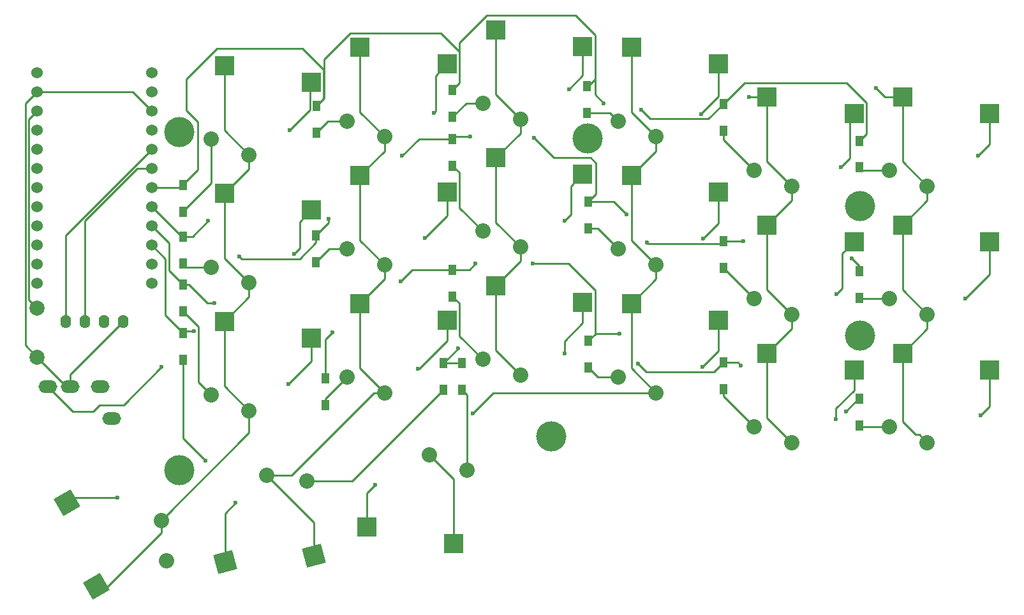
<source format=gbl>
G04 #@! TF.GenerationSoftware,KiCad,Pcbnew,(7.0.0-0)*
G04 #@! TF.CreationDate,2023-04-28T12:14:34+03:00*
G04 #@! TF.ProjectId,chococorne,63686f63-6f63-46f7-926e-652e6b696361,2.1*
G04 #@! TF.SameCoordinates,Original*
G04 #@! TF.FileFunction,Copper,L2,Bot*
G04 #@! TF.FilePolarity,Positive*
%FSLAX46Y46*%
G04 Gerber Fmt 4.6, Leading zero omitted, Abs format (unit mm)*
G04 Created by KiCad (PCBNEW (7.0.0-0)) date 2023-04-28 12:14:34*
%MOMM*%
%LPD*%
G01*
G04 APERTURE LIST*
G04 Aperture macros list*
%AMRotRect*
0 Rectangle, with rotation*
0 The origin of the aperture is its center*
0 $1 length*
0 $2 width*
0 $3 Rotation angle, in degrees counterclockwise*
0 Add horizontal line*
21,1,$1,$2,0,0,$3*%
G04 Aperture macros list end*
G04 #@! TA.AperFunction,SMDPad,CuDef*
%ADD10R,2.600000X2.600000*%
G04 #@! TD*
G04 #@! TA.AperFunction,ComponentPad*
%ADD11C,2.032000*%
G04 #@! TD*
G04 #@! TA.AperFunction,SMDPad,CuDef*
%ADD12RotRect,2.600000X2.600000X195.000000*%
G04 #@! TD*
G04 #@! TA.AperFunction,SMDPad,CuDef*
%ADD13R,1.000000X1.400000*%
G04 #@! TD*
G04 #@! TA.AperFunction,ComponentPad*
%ADD14C,4.000000*%
G04 #@! TD*
G04 #@! TA.AperFunction,ComponentPad*
%ADD15C,2.000000*%
G04 #@! TD*
G04 #@! TA.AperFunction,SMDPad,CuDef*
%ADD16RotRect,2.600000X2.600000X120.000000*%
G04 #@! TD*
G04 #@! TA.AperFunction,ComponentPad*
%ADD17O,1.397000X1.778000*%
G04 #@! TD*
G04 #@! TA.AperFunction,ComponentPad*
%ADD18C,1.524000*%
G04 #@! TD*
G04 #@! TA.AperFunction,ComponentPad*
%ADD19O,2.500000X1.700000*%
G04 #@! TD*
G04 #@! TA.AperFunction,ViaPad*
%ADD20C,0.600000*%
G04 #@! TD*
G04 #@! TA.AperFunction,Conductor*
%ADD21C,0.250000*%
G04 #@! TD*
G04 APERTURE END LIST*
D10*
X205987499Y-123469999D03*
D11*
X202712500Y-111620000D03*
X207712500Y-113720000D03*
D10*
X194437499Y-121269999D03*
X229537499Y-91604999D03*
D11*
X232812500Y-103455000D03*
X227812500Y-101355000D03*
D10*
X241087499Y-93804999D03*
D12*
X187365879Y-125009625D03*
D11*
X181135468Y-114411038D03*
X186508617Y-115145387D03*
D12*
X175640034Y-125873948D03*
D10*
X247537499Y-81159999D03*
D11*
X250812500Y-93010000D03*
X245812500Y-90910000D03*
D10*
X259087499Y-83359999D03*
D13*
X241739999Y-102925989D03*
X241739999Y-99375989D03*
X170069999Y-99075989D03*
X170069999Y-95525989D03*
D14*
X218902500Y-109180000D03*
D13*
X223839999Y-100095989D03*
X223839999Y-96545989D03*
X170069999Y-92635989D03*
X170069999Y-89085989D03*
X188959999Y-105035989D03*
X188959999Y-101485989D03*
X187719999Y-68865989D03*
X187719999Y-65315989D03*
X259819999Y-107765989D03*
X259819999Y-104215989D03*
X259819999Y-73515989D03*
X259819999Y-69965989D03*
D14*
X259852500Y-95820000D03*
D13*
X223649999Y-62704999D03*
X223649999Y-66254999D03*
X205809999Y-73265989D03*
X205809999Y-69715989D03*
X205809999Y-66795989D03*
X205809999Y-63245989D03*
D14*
X259852500Y-78680000D03*
D13*
X204629999Y-103025989D03*
X204629999Y-99475989D03*
X241739999Y-68635989D03*
X241739999Y-65085989D03*
X241739999Y-86865989D03*
X241739999Y-83315989D03*
D15*
X150692500Y-92210000D03*
X150692500Y-98710000D03*
D13*
X207069999Y-103045989D03*
X207069999Y-99495989D03*
X170069999Y-86265989D03*
X170069999Y-82715989D03*
D14*
X169582500Y-68830000D03*
X223722000Y-69700000D03*
D16*
X158547148Y-129131232D03*
D11*
X167172050Y-120370000D03*
X167853397Y-125750127D03*
D16*
X154677404Y-118028639D03*
D10*
X229537499Y-57599999D03*
D11*
X232812500Y-69450000D03*
X227812500Y-67350000D03*
D10*
X241087499Y-59799999D03*
X175537499Y-59979999D03*
D11*
X178812500Y-71830000D03*
X173812500Y-69730000D03*
D10*
X187087499Y-62179999D03*
X193537499Y-74599999D03*
D11*
X196812500Y-86450000D03*
X191812500Y-84350000D03*
D10*
X205087499Y-76799999D03*
X211537499Y-55239999D03*
D11*
X214812500Y-67090000D03*
X209812500Y-64990000D03*
D10*
X223087499Y-57439999D03*
X175537499Y-93979999D03*
D11*
X178812500Y-105830000D03*
X173812500Y-103730000D03*
D10*
X187087499Y-96179999D03*
X265537499Y-81159999D03*
D11*
X268812500Y-93010000D03*
X263812500Y-90910000D03*
D10*
X277087499Y-83359999D03*
D17*
X162077499Y-93969999D03*
X159537499Y-93969999D03*
X156997499Y-93969999D03*
X154457499Y-93969999D03*
D10*
X211537499Y-89229999D03*
D11*
X214812500Y-101080000D03*
X209812500Y-98980000D03*
D10*
X223087499Y-91429999D03*
D18*
X150648900Y-60962000D03*
X150648900Y-63502000D03*
X150648900Y-66042000D03*
X150648900Y-68582000D03*
X150648900Y-71122000D03*
X150648900Y-73662000D03*
X150648900Y-76202000D03*
X150648900Y-78742000D03*
X150648900Y-81282000D03*
X150648900Y-83822000D03*
X150648900Y-86362000D03*
X150648900Y-88902000D03*
X165868900Y-88902000D03*
X165868900Y-86362000D03*
X165868900Y-83822000D03*
X165868900Y-81282000D03*
X165868900Y-78742000D03*
X165868900Y-76202000D03*
X165868900Y-73662000D03*
X165868900Y-71122000D03*
X165868900Y-68582000D03*
X165868900Y-66042000D03*
X165868900Y-63502000D03*
X165868900Y-60962000D03*
D10*
X175537499Y-76979999D03*
D11*
X178812500Y-88830000D03*
X173812500Y-86730000D03*
D10*
X187087499Y-79179999D03*
X265537499Y-98179999D03*
D11*
X268812500Y-110030000D03*
X263812500Y-107930000D03*
D10*
X277087499Y-100379999D03*
X193537499Y-57599999D03*
D11*
X196812500Y-69450000D03*
X191812500Y-67350000D03*
D10*
X205087499Y-59799999D03*
X247537499Y-64159999D03*
D11*
X250812500Y-76010000D03*
X245812500Y-73910000D03*
D10*
X259087499Y-66359999D03*
X223087499Y-74429999D03*
D11*
X209812500Y-81980000D03*
X214812500Y-84080000D03*
D10*
X211537499Y-72229999D03*
X265537499Y-64159999D03*
D11*
X268812500Y-76010000D03*
X263812500Y-73910000D03*
D10*
X277087499Y-66359999D03*
D19*
X159062499Y-102599999D03*
X155062499Y-102599999D03*
X152062499Y-102599999D03*
X160562499Y-106799999D03*
D10*
X193537499Y-91604999D03*
D11*
X196812500Y-103455000D03*
X191812500Y-101355000D03*
D10*
X205087499Y-93804999D03*
X247537499Y-98164999D03*
D11*
X250812500Y-110015000D03*
X245812500Y-107915000D03*
D10*
X259087499Y-100364999D03*
D13*
X170069999Y-79395989D03*
X170069999Y-75845989D03*
D14*
X169582500Y-113730000D03*
D10*
X229537499Y-74599999D03*
D11*
X232812500Y-86450000D03*
X227812500Y-84350000D03*
D10*
X241087499Y-76799999D03*
D13*
X187699999Y-86065989D03*
X187699999Y-82515989D03*
X205809999Y-90625989D03*
X205809999Y-87075989D03*
X223839999Y-81585989D03*
X223839999Y-78035989D03*
X259819999Y-90855989D03*
X259819999Y-87305989D03*
D20*
X258780000Y-85580990D03*
X225870000Y-65000990D03*
X273880000Y-90890990D03*
X275920000Y-106410990D03*
X167210000Y-99960990D03*
X275580000Y-71960990D03*
X173000000Y-112400990D03*
X262000000Y-62970990D03*
X245160000Y-64170990D03*
X208470000Y-106200990D03*
X177010000Y-118050990D03*
X161360000Y-117300990D03*
X220650000Y-98240990D03*
X201180000Y-100210990D03*
X184020000Y-102260990D03*
X195530000Y-115670990D03*
X220650000Y-80610990D03*
X202130000Y-82860990D03*
X184770000Y-85030990D03*
X256660000Y-106950990D03*
X238960000Y-100010990D03*
X174160000Y-91530990D03*
X238820000Y-66450990D03*
X171450000Y-95240990D03*
X206580000Y-97560990D03*
X221260000Y-63120990D03*
X203290000Y-66250990D03*
X184230000Y-68560990D03*
X256730000Y-90340990D03*
X239030000Y-82990990D03*
X228913000Y-79770990D03*
X257340000Y-73460990D03*
X216470000Y-86300990D03*
X198900000Y-88590990D03*
X258000000Y-105880990D03*
X230460000Y-99570990D03*
X189870000Y-95410990D03*
X208870000Y-86230990D03*
X244080000Y-99780990D03*
X227950000Y-95550990D03*
X177530000Y-85370990D03*
X189360000Y-80350990D03*
X173370000Y-80630990D03*
X244370000Y-83290990D03*
X231600000Y-83500990D03*
X216620000Y-69590990D03*
X208150000Y-69450990D03*
X230820000Y-65860990D03*
X199120000Y-71960990D03*
D21*
X155372500Y-105910000D02*
X152062500Y-102600000D01*
X158970000Y-105020000D02*
X158080000Y-105910000D01*
X162150990Y-105020000D02*
X158970000Y-105020000D01*
X167210000Y-99960990D02*
X162150990Y-105020000D01*
X158080000Y-105910000D02*
X155372500Y-105910000D01*
X206712500Y-56978490D02*
X206712500Y-62343490D01*
X210325990Y-53365000D02*
X206712500Y-56978490D01*
X224860000Y-77015990D02*
X224860000Y-72952500D01*
X219249010Y-72220000D02*
X216620000Y-69590990D01*
X223840000Y-78035990D02*
X224860000Y-77015990D01*
X224860000Y-72952500D02*
X224127500Y-72220000D01*
X224127500Y-72220000D02*
X219249010Y-72220000D01*
X222114010Y-53365000D02*
X210325990Y-53365000D01*
X170450000Y-61817500D02*
X170450000Y-65910000D01*
X170450000Y-65910000D02*
X172010000Y-67470000D01*
X172010000Y-73835990D02*
X170000000Y-75845990D01*
X172010000Y-67470000D02*
X172010000Y-73835990D01*
X185848490Y-57690990D02*
X174576510Y-57690990D01*
X174576510Y-57690990D02*
X170450000Y-61817500D01*
X187720000Y-65315990D02*
X188712500Y-64323490D01*
X188712500Y-60555000D02*
X185848490Y-57690990D01*
X188712500Y-64323490D02*
X188712500Y-60555000D01*
X155062500Y-100985000D02*
X162077500Y-93970000D01*
X155062500Y-102600000D02*
X155062500Y-100985000D01*
X223650000Y-62705000D02*
X223817500Y-62705000D01*
X224712500Y-63843490D02*
X224712500Y-61810000D01*
X223817500Y-62705000D02*
X224712500Y-61810000D01*
X224712500Y-61810000D02*
X224712500Y-55963490D01*
X224712500Y-55963490D02*
X222114010Y-53365000D01*
X225870000Y-65000990D02*
X224712500Y-63843490D01*
X223650000Y-66255000D02*
X226717500Y-66255000D01*
X226717500Y-66255000D02*
X227812500Y-67350000D01*
X241768490Y-86865990D02*
X241740000Y-86865990D01*
X245812500Y-90910000D02*
X241768490Y-86865990D01*
X257538400Y-84909100D02*
X259087500Y-83360000D01*
X257538400Y-89532590D02*
X257538400Y-84909100D01*
X256730000Y-90340990D02*
X257538400Y-89532590D01*
X227812500Y-84350000D02*
X225048490Y-81585990D01*
X241087500Y-80933490D02*
X241087500Y-76800000D01*
X239030000Y-82990990D02*
X241087500Y-80933490D01*
X225048490Y-81585990D02*
X223840000Y-81585990D01*
X206712500Y-74168490D02*
X205810000Y-73265990D01*
X209812500Y-81980000D02*
X206712500Y-78880000D01*
X206712500Y-78880000D02*
X206712500Y-74168490D01*
X221538400Y-75979100D02*
X223087500Y-74430000D01*
X221538400Y-79722590D02*
X221538400Y-75979100D01*
X220650000Y-80610990D02*
X221538400Y-79722590D01*
X205087500Y-79903490D02*
X205087500Y-76800000D01*
X189415990Y-84350000D02*
X187700000Y-86065990D01*
X191812500Y-84350000D02*
X189415990Y-84350000D01*
X202130000Y-82860990D02*
X205087500Y-79903490D01*
X185538400Y-80729100D02*
X187087500Y-79180000D01*
X184770000Y-85030990D02*
X185538400Y-84262590D01*
X170464010Y-86730000D02*
X170000000Y-86265990D01*
X173812500Y-86730000D02*
X170464010Y-86730000D01*
X185538400Y-84262590D02*
X185538400Y-80729100D01*
X259087500Y-103073684D02*
X259087500Y-100365000D01*
X245812500Y-107915000D02*
X241740000Y-103842500D01*
X241740000Y-103842500D02*
X241740000Y-102925990D01*
X256660000Y-106950990D02*
X256660000Y-105501184D01*
X256660000Y-105501184D02*
X259087500Y-103073684D01*
X227812500Y-101355000D02*
X225099010Y-101355000D01*
X241087500Y-97883490D02*
X241087500Y-93805000D01*
X225099010Y-101355000D02*
X223840000Y-100095990D01*
X238960000Y-100010990D02*
X241087500Y-97883490D01*
X220650000Y-98240990D02*
X220650000Y-96576184D01*
X223087500Y-94138684D02*
X223087500Y-91430000D01*
X206712500Y-95880000D02*
X206712500Y-91528490D01*
X220650000Y-96576184D02*
X223087500Y-94138684D01*
X206712500Y-91528490D02*
X205810000Y-90625990D01*
X209812500Y-98980000D02*
X206712500Y-95880000D01*
X191812500Y-101355000D02*
X188960000Y-104207500D01*
X188960000Y-104207500D02*
X188960000Y-105035990D01*
X201390194Y-100210990D02*
X205087500Y-96513684D01*
X201180000Y-100210990D02*
X201390194Y-100210990D01*
X205087500Y-96513684D02*
X205087500Y-93805000D01*
X187087500Y-99193490D02*
X187087500Y-96180000D01*
X259665000Y-104215990D02*
X258000000Y-105880990D01*
X240480000Y-100635990D02*
X231525000Y-100635990D01*
X223840000Y-96545990D02*
X224712500Y-95673490D01*
X244080000Y-99780990D02*
X243675000Y-99375990D01*
X188960000Y-96320990D02*
X188960000Y-101485990D01*
X224712500Y-89805000D02*
X221208490Y-86300990D01*
X165868900Y-81282000D02*
X168150000Y-83563100D01*
X221208490Y-86300990D02*
X216470000Y-86300990D01*
X241740000Y-99375990D02*
X240480000Y-100635990D01*
X227950000Y-95550990D02*
X224835000Y-95550990D01*
X205810000Y-87075990D02*
X200415000Y-87075990D01*
X170831116Y-89085990D02*
X170070000Y-89085990D01*
X224835000Y-95550990D02*
X223840000Y-96545990D01*
X200415000Y-87075990D02*
X198900000Y-88590990D01*
X168150000Y-87165990D02*
X170070000Y-89085990D01*
X168150000Y-83563100D02*
X168150000Y-87165990D01*
X224712500Y-95673490D02*
X224712500Y-89805000D01*
X174160000Y-91530990D02*
X173276116Y-91530990D01*
X173276116Y-91530990D02*
X170831116Y-89085990D01*
X208025000Y-87075990D02*
X205810000Y-87075990D01*
X241087500Y-64060990D02*
X241087500Y-59800000D01*
X238820000Y-66450990D02*
X238820000Y-66328490D01*
X238820000Y-66328490D02*
X241087500Y-64060990D01*
X204650000Y-99495990D02*
X204630000Y-99475990D01*
X167700000Y-93155990D02*
X170070000Y-95525990D01*
X171450000Y-95240990D02*
X170355000Y-95240990D01*
X167700000Y-85653100D02*
X167700000Y-93155990D01*
X165868900Y-83822000D02*
X167700000Y-85653100D01*
X204665000Y-99475990D02*
X206580000Y-97560990D01*
X204630000Y-99475990D02*
X204665000Y-99475990D01*
X170355000Y-95240990D02*
X170070000Y-95525990D01*
X207070000Y-99495990D02*
X204650000Y-99495990D01*
X221260000Y-63120990D02*
X223087500Y-61293490D01*
X223087500Y-61293490D02*
X223087500Y-57440000D01*
X207615990Y-64990000D02*
X205810000Y-66795990D01*
X209812500Y-64990000D02*
X207615990Y-64990000D01*
X203538400Y-61349100D02*
X205087500Y-59800000D01*
X189235990Y-67350000D02*
X187720000Y-68865990D01*
X191812500Y-67350000D02*
X189235990Y-67350000D01*
X203538400Y-66002590D02*
X203538400Y-61349100D01*
X203290000Y-66250990D02*
X203538400Y-66002590D01*
X186895000Y-65895990D02*
X186895000Y-62372500D01*
X173812500Y-75583490D02*
X173812500Y-69730000D01*
X184230000Y-68560990D02*
X186895000Y-65895990D01*
X186895000Y-62372500D02*
X187087500Y-62180000D01*
X170000000Y-79395990D02*
X173812500Y-75583490D01*
X265537500Y-81160000D02*
X265537500Y-89735000D01*
X265537500Y-89735000D02*
X268812500Y-93010000D01*
X265537500Y-64160000D02*
X265537500Y-72735000D01*
X267270000Y-108950990D02*
X267733490Y-108950990D01*
X268812500Y-77885000D02*
X265537500Y-81160000D01*
X265537500Y-72735000D02*
X268812500Y-76010000D01*
X265537500Y-98180000D02*
X265537500Y-107218490D01*
X267733490Y-108950990D02*
X268812500Y-110030000D01*
X265537500Y-107218490D02*
X267270000Y-108950990D01*
X268812500Y-94905000D02*
X265537500Y-98180000D01*
X268812500Y-93010000D02*
X268812500Y-94905000D01*
X262000000Y-62970990D02*
X263189010Y-64160000D01*
X268812500Y-76010000D02*
X268812500Y-77885000D01*
X263189010Y-64160000D02*
X265537500Y-64160000D01*
X250812500Y-94890000D02*
X247537500Y-98165000D01*
X250812500Y-93010000D02*
X250812500Y-94890000D01*
X247537500Y-89735000D02*
X250812500Y-93010000D01*
X247537500Y-106740000D02*
X250812500Y-110015000D01*
X247537500Y-81160000D02*
X247537500Y-89735000D01*
X247526510Y-64170990D02*
X247537500Y-64160000D01*
X250812500Y-77885000D02*
X247537500Y-81160000D01*
X247537500Y-72735000D02*
X250812500Y-76010000D01*
X250812500Y-76010000D02*
X250812500Y-77885000D01*
X247537500Y-64160000D02*
X247537500Y-72735000D01*
X245160000Y-64170990D02*
X247526510Y-64170990D01*
X247537500Y-98165000D02*
X247537500Y-106740000D01*
X229537500Y-74600000D02*
X229537500Y-83175000D01*
X229537500Y-91605000D02*
X229537500Y-100180000D01*
X232812500Y-71325000D02*
X229537500Y-74600000D01*
X184020000Y-102260990D02*
X187087500Y-99193490D01*
X172086600Y-94652590D02*
X170070000Y-92635990D01*
X172086600Y-102004100D02*
X172086600Y-94652590D01*
X173812500Y-103730000D02*
X172086600Y-102004100D01*
X195530000Y-115670990D02*
X194437500Y-116763490D01*
X194437500Y-116763490D02*
X194437500Y-121270000D01*
X207712500Y-113720000D02*
X207712500Y-103688490D01*
X207712500Y-103688490D02*
X207070000Y-103045990D01*
X177010000Y-118050990D02*
X175640035Y-119420955D01*
X192510603Y-115145387D02*
X186508617Y-115145387D01*
X175640035Y-119420955D02*
X175640035Y-125873949D01*
X204630000Y-103025990D02*
X192510603Y-115145387D01*
X155405055Y-117300990D02*
X154677405Y-118028640D01*
X170070000Y-109470990D02*
X173000000Y-112400990D01*
X161360000Y-117300990D02*
X155405055Y-117300990D01*
X170070000Y-99075990D02*
X170070000Y-109470990D01*
X150692500Y-98710000D02*
X154582500Y-102600000D01*
X150692500Y-98710000D02*
X149111900Y-97129400D01*
X149111900Y-97129400D02*
X149111900Y-65039000D01*
X154582500Y-102600000D02*
X155062500Y-102600000D01*
X150648900Y-63502000D02*
X163328900Y-63502000D01*
X149111900Y-65039000D02*
X150648900Y-63502000D01*
X163328900Y-63502000D02*
X165868900Y-66042000D01*
X193537500Y-83175000D02*
X196812500Y-86450000D01*
X193537500Y-100180000D02*
X196812500Y-103455000D01*
X193537500Y-57600000D02*
X193537500Y-66175000D01*
X178812500Y-105830000D02*
X175537500Y-102555000D01*
X175537500Y-59980000D02*
X175537500Y-68555000D01*
X178812500Y-90705000D02*
X175537500Y-93980000D01*
X158547149Y-129131233D02*
X160048260Y-129131233D01*
X178812500Y-88830000D02*
X178812500Y-90705000D01*
X175537500Y-85555000D02*
X178812500Y-88830000D01*
X178812500Y-108729550D02*
X167172050Y-120370000D01*
X160048260Y-129131233D02*
X167172050Y-122007443D01*
X178812500Y-73705000D02*
X175537500Y-76980000D01*
X178812500Y-71830000D02*
X178812500Y-73705000D01*
X175537500Y-102555000D02*
X175537500Y-93980000D01*
X167172050Y-122007443D02*
X167172050Y-120370000D01*
X175537500Y-76980000D02*
X175537500Y-85555000D01*
X178812500Y-105830000D02*
X178812500Y-108729550D01*
X175537500Y-68555000D02*
X178812500Y-71830000D01*
X149561900Y-91079400D02*
X150692500Y-92210000D01*
X149561900Y-67129000D02*
X149561900Y-91079400D01*
X150648900Y-66042000D02*
X149561900Y-67129000D01*
X156997500Y-80629796D02*
X163965296Y-73662000D01*
X163965296Y-73662000D02*
X165868900Y-73662000D01*
X156997500Y-93970000D02*
X156997500Y-80629796D01*
X154457500Y-82533400D02*
X165868900Y-71122000D01*
X154457500Y-93970000D02*
X154457500Y-82533400D01*
X263812500Y-73910000D02*
X260214010Y-73910000D01*
X277087500Y-70453490D02*
X277087500Y-66360000D01*
X275580000Y-71960990D02*
X277087500Y-70453490D01*
X260214010Y-73910000D02*
X259820000Y-73515990D01*
X263812500Y-90910000D02*
X259874010Y-90910000D01*
X259874010Y-90910000D02*
X259820000Y-90855990D01*
X273880000Y-90890990D02*
X277087500Y-87683490D01*
X277087500Y-87683490D02*
X277087500Y-83360000D01*
X263812500Y-107930000D02*
X259984010Y-107930000D01*
X277087500Y-105243490D02*
X277087500Y-100380000D01*
X275920000Y-106410990D02*
X277087500Y-105243490D01*
X259984010Y-107930000D02*
X259820000Y-107765990D01*
X232812500Y-86450000D02*
X232812500Y-88330000D01*
X211215990Y-103455000D02*
X208470000Y-106200990D01*
X232812500Y-88330000D02*
X229537500Y-91605000D01*
X229537500Y-57600000D02*
X229537500Y-66175000D01*
X229537500Y-83175000D02*
X232812500Y-86450000D01*
X229537500Y-100180000D02*
X232812500Y-103455000D01*
X229537500Y-66175000D02*
X232812500Y-69450000D01*
X232812500Y-103455000D02*
X211215990Y-103455000D01*
X232812500Y-69450000D02*
X232812500Y-71325000D01*
X211537500Y-72230000D02*
X211537500Y-80805000D01*
X214812500Y-68955000D02*
X211537500Y-72230000D01*
X205987500Y-114895000D02*
X202712500Y-111620000D01*
X211537500Y-55240000D02*
X211537500Y-63815000D01*
X214812500Y-84080000D02*
X214812500Y-85955000D01*
X211537500Y-80805000D02*
X214812500Y-84080000D01*
X211537500Y-89230000D02*
X211537500Y-97805000D01*
X205987500Y-123470000D02*
X205987500Y-114895000D01*
X211537500Y-97805000D02*
X214812500Y-101080000D01*
X214812500Y-85955000D02*
X211537500Y-89230000D01*
X214812500Y-67090000D02*
X214812500Y-68955000D01*
X211537500Y-63815000D02*
X214812500Y-67090000D01*
X181135468Y-114411038D02*
X187365880Y-120641450D01*
X196812500Y-69450000D02*
X196812500Y-71325000D01*
X184419622Y-114411038D02*
X181135468Y-114411038D01*
X196812500Y-86450000D02*
X196812500Y-88330000D01*
X193537500Y-91605000D02*
X193537500Y-100180000D01*
X193537500Y-74600000D02*
X193537500Y-83175000D01*
X187365880Y-120641450D02*
X187365880Y-125009626D01*
X195375660Y-103455000D02*
X184419622Y-114411038D01*
X196812500Y-103455000D02*
X195375660Y-103455000D01*
X196812500Y-71325000D02*
X193537500Y-74600000D01*
X193537500Y-66175000D02*
X196812500Y-69450000D01*
X196812500Y-88330000D02*
X193537500Y-91605000D01*
X206075000Y-69450990D02*
X205810000Y-69715990D01*
X177815000Y-85655990D02*
X177530000Y-85370990D01*
X231645000Y-83615990D02*
X231600000Y-83570990D01*
X259820000Y-87305990D02*
X259820000Y-86620990D01*
X241440000Y-83615990D02*
X231645000Y-83615990D01*
X227178000Y-78035990D02*
X223840000Y-78035990D01*
X165868900Y-78742000D02*
X169842890Y-82715990D01*
X173370000Y-80630990D02*
X171285000Y-82715990D01*
X231600000Y-83570990D02*
X231600000Y-83500990D01*
X189360000Y-80855990D02*
X187700000Y-82515990D01*
X241740000Y-83315990D02*
X241440000Y-83615990D01*
X171285000Y-82715990D02*
X170000000Y-82715990D01*
X244370000Y-83290990D02*
X244345000Y-83315990D01*
X169842890Y-82715990D02*
X170070000Y-82715990D01*
X228913000Y-79770990D02*
X227178000Y-78035990D01*
X208150000Y-69450990D02*
X206075000Y-69450990D01*
X259820000Y-86620990D02*
X258780000Y-85580990D01*
X185510000Y-85655990D02*
X177815000Y-85655990D01*
X187700000Y-83465990D02*
X185510000Y-85655990D01*
X205810000Y-69715990D02*
X201365000Y-69715990D01*
X201365000Y-69715990D02*
X199120000Y-71960990D01*
X244345000Y-83315990D02*
X241740000Y-83315990D01*
X189360000Y-80350990D02*
X189360000Y-80855990D01*
X187700000Y-82515990D02*
X187700000Y-83465990D01*
X258500000Y-72300990D02*
X258500000Y-66947500D01*
X258500000Y-66947500D02*
X259087500Y-66360000D01*
X245812500Y-73910000D02*
X241740000Y-69837500D01*
X241740000Y-69837500D02*
X241740000Y-68635990D01*
X257340000Y-73460990D02*
X258500000Y-72300990D01*
X259820000Y-104215990D02*
X259665000Y-104215990D01*
X208870000Y-86230990D02*
X208025000Y-87075990D01*
X188940000Y-101505990D02*
X188960000Y-101485990D01*
X231525000Y-100635990D02*
X230460000Y-99570990D01*
X243675000Y-99375990D02*
X241740000Y-99375990D01*
X189870000Y-95410990D02*
X188960000Y-96320990D01*
X188720000Y-59167500D02*
X188720000Y-64315990D01*
X241740000Y-65085990D02*
X239750000Y-67075990D01*
X232035000Y-67075990D02*
X230820000Y-65860990D01*
X165868900Y-76202000D02*
X169713990Y-76202000D01*
X239750000Y-67075990D02*
X232035000Y-67075990D01*
X192206510Y-55680990D02*
X188720000Y-59167500D01*
X260712500Y-69073490D02*
X260712500Y-64923490D01*
X260712500Y-64923490D02*
X258074010Y-62285000D01*
X258074010Y-62285000D02*
X244540990Y-62285000D01*
X188720000Y-64315990D02*
X187720000Y-65315990D01*
X206712500Y-62343490D02*
X206712500Y-58175000D01*
X259820000Y-69965990D02*
X260712500Y-69073490D01*
X206712500Y-58175000D02*
X204218490Y-55680990D01*
X244540990Y-62285000D02*
X241740000Y-65085990D01*
X169713990Y-76202000D02*
X170070000Y-75845990D01*
X206712500Y-62343490D02*
X205810000Y-63245990D01*
X204218490Y-55680990D02*
X192206510Y-55680990D01*
M02*

</source>
